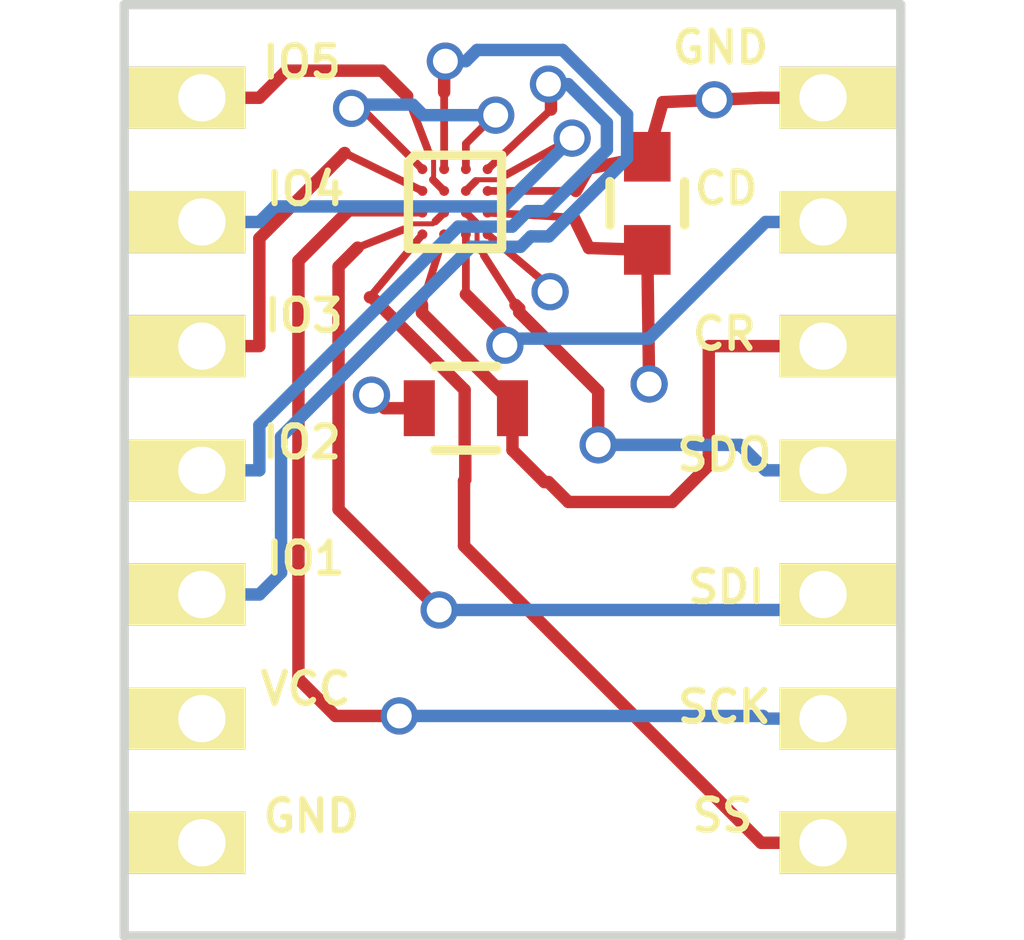
<source format=kicad_pcb>
(kicad_pcb (version 4) (host pcbnew 0.201604232031+6710~44~ubuntu14.04.1-product)

  (general
    (links 21)
    (no_connects 0)
    (area 81.560715 36.424999 101.5175 51.575001)
    (thickness 1.6)
    (drawings 18)
    (tracks 158)
    (zones 0)
    (modules 5)
    (nets 14)
  )

  (page A4)
  (layers
    (0 F.Cu signal)
    (1 In1.Cu signal)
    (2 In2.Cu signal)
    (31 B.Cu signal)
    (32 B.Adhes user)
    (33 F.Adhes user)
    (34 B.Paste user)
    (35 F.Paste user)
    (36 B.SilkS user)
    (37 F.SilkS user)
    (38 B.Mask user)
    (39 F.Mask user)
    (40 Dwgs.User user)
    (41 Cmts.User user)
    (42 Eco1.User user)
    (43 Eco2.User user)
    (44 Edge.Cuts user)
    (45 Margin user)
    (46 B.CrtYd user)
    (47 F.CrtYd user)
    (48 B.Fab user)
    (49 F.Fab user)
  )

  (setup
    (last_trace_width 0.2)
    (trace_clearance 0.125)
    (zone_clearance 0.508)
    (zone_45_only no)
    (trace_min 0.2)
    (segment_width 0.2)
    (edge_width 0.15)
    (via_size 0.6)
    (via_drill 0.4)
    (via_min_size 0.4)
    (via_min_drill 0.4)
    (uvia_size 0.6)
    (uvia_drill 0.4)
    (uvias_allowed no)
    (uvia_min_size 0.4)
    (uvia_min_drill 0.4)
    (pcb_text_width 0.3)
    (pcb_text_size 1.5 1.5)
    (mod_edge_width 0.15)
    (mod_text_size 1 1)
    (mod_text_width 0.15)
    (pad_size 1.524 1.524)
    (pad_drill 0.762)
    (pad_to_mask_clearance 0.2)
    (aux_axis_origin 0 0)
    (visible_elements 7FFCFFFF)
    (pcbplotparams
      (layerselection 0x010f0_ffffffff)
      (usegerberextensions false)
      (excludeedgelayer true)
      (linewidth 0.100000)
      (plotframeref false)
      (viasonmask false)
      (mode 1)
      (useauxorigin false)
      (hpglpennumber 1)
      (hpglpenspeed 20)
      (hpglpendiameter 15)
      (psnegative false)
      (psa4output false)
      (plotreference true)
      (plotvalue true)
      (plotinvisibletext false)
      (padsonsilk false)
      (subtractmaskfromsilk false)
      (outputformat 1)
      (mirror false)
      (drillshape 0)
      (scaleselection 1)
      (outputdirectory gerber/))
  )

  (net 0 "")
  (net 1 GND)
  (net 2 FPGA_SDO)
  (net 3 FPGA_SDI)
  (net 4 FPGA_SCK)
  (net 5 FPGA_SS)
  (net 6 FPGA_CDONE)
  (net 7 FPGA_CRESETB)
  (net 8 +3V3)
  (net 9 IO1)
  (net 10 IO2)
  (net 11 IO3)
  (net 12 IO4)
  (net 13 IO5)

  (net_class Default "This is the default net class."
    (clearance 0.125)
    (trace_width 0.2)
    (via_dia 0.6)
    (via_drill 0.4)
    (uvia_dia 0.6)
    (uvia_drill 0.4)
    (add_net +3V3)
    (add_net FPGA_CDONE)
    (add_net FPGA_CRESETB)
    (add_net FPGA_SCK)
    (add_net FPGA_SDI)
    (add_net FPGA_SDO)
    (add_net FPGA_SS)
    (add_net GND)
    (add_net IO1)
    (add_net IO2)
    (add_net IO3)
    (add_net IO4)
    (add_net IO5)
  )

  (module Capacitors_SMD:C_0603 (layer F.Cu) (tedit 570D1826) (tstamp 570D1845)
    (at 94.17 39.7 270)
    (descr "Capacitor SMD 0603, reflow soldering, AVX (see smccp.pdf)")
    (tags "capacitor 0603")
    (path /570D03DF)
    (attr smd)
    (fp_text reference C1 (at 0 -1.9 270) (layer F.SilkS) hide
      (effects (font (size 1 1) (thickness 0.15)))
    )
    (fp_text value 0.1u (at 0 1.9 270) (layer F.Fab)
      (effects (font (size 1 1) (thickness 0.15)))
    )
    (fp_line (start -1.45 -0.75) (end 1.45 -0.75) (layer F.CrtYd) (width 0.05))
    (fp_line (start -1.45 0.75) (end 1.45 0.75) (layer F.CrtYd) (width 0.05))
    (fp_line (start -1.45 -0.75) (end -1.45 0.75) (layer F.CrtYd) (width 0.05))
    (fp_line (start 1.45 -0.75) (end 1.45 0.75) (layer F.CrtYd) (width 0.05))
    (fp_line (start -0.35 -0.6) (end 0.35 -0.6) (layer F.SilkS) (width 0.15))
    (fp_line (start 0.35 0.6) (end -0.35 0.6) (layer F.SilkS) (width 0.15))
    (pad 1 smd rect (at -0.75 0 270) (size 0.8 0.75) (layers F.Cu F.Paste F.Mask)
      (net 1 GND))
    (pad 2 smd rect (at 0.75 0 270) (size 0.8 0.75) (layers F.Cu F.Paste F.Mask)
      (net 8 +3V3))
    (model Capacitors_SMD.3dshapes/C_0603.wrl
      (at (xyz 0 0 0))
      (scale (xyz 1 1 1))
      (rotate (xyz 0 0 0))
    )
  )

  (module Resistors_SMD:R_0603 (layer F.Cu) (tedit 570D1821) (tstamp 570D1855)
    (at 91.25 43 180)
    (descr "Resistor SMD 0603, reflow soldering, Vishay (see dcrcw.pdf)")
    (tags "resistor 0603")
    (path /570D0729)
    (attr smd)
    (fp_text reference R1 (at 0 -1.9 180) (layer F.SilkS) hide
      (effects (font (size 1 1) (thickness 0.15)))
    )
    (fp_text value 10k (at 0 1.9 180) (layer F.Fab)
      (effects (font (size 1 1) (thickness 0.15)))
    )
    (fp_line (start -1.3 -0.8) (end 1.3 -0.8) (layer F.CrtYd) (width 0.05))
    (fp_line (start -1.3 0.8) (end 1.3 0.8) (layer F.CrtYd) (width 0.05))
    (fp_line (start -1.3 -0.8) (end -1.3 0.8) (layer F.CrtYd) (width 0.05))
    (fp_line (start 1.3 -0.8) (end 1.3 0.8) (layer F.CrtYd) (width 0.05))
    (fp_line (start 0.5 0.675) (end -0.5 0.675) (layer F.SilkS) (width 0.15))
    (fp_line (start -0.5 -0.675) (end 0.5 -0.675) (layer F.SilkS) (width 0.15))
    (pad 1 smd rect (at -0.75 0 180) (size 0.5 0.9) (layers F.Cu F.Paste F.Mask)
      (net 7 FPGA_CRESETB))
    (pad 2 smd rect (at 0.75 0 180) (size 0.5 0.9) (layers F.Cu F.Paste F.Mask)
      (net 8 +3V3))
    (model Resistors_SMD.3dshapes/R_0603.wrl
      (at (xyz 0 0 0))
      (scale (xyz 1 1 1))
      (rotate (xyz 0 0 0))
    )
  )

  (module ice40lp:WLCS16 (layer F.Cu) (tedit 570D182C) (tstamp 570D1880)
    (at 91.075 39.675)
    (path /570CD828)
    (fp_text reference U2 (at 0 2.125) (layer F.SilkS) hide
      (effects (font (size 1.2 1.2) (thickness 0.15)))
    )
    (fp_text value iCE40-LP1K-SWG16 (at 0 -2.125) (layer F.Fab)
      (effects (font (size 1.2 1.2) (thickness 0.15)))
    )
    (fp_line (start -0.75 -0.645) (end -0.75 0.75) (layer F.SilkS) (width 0.15))
    (fp_line (start -0.75 0.75) (end 0.75 0.75) (layer F.SilkS) (width 0.15))
    (fp_line (start 0.75 0.75) (end 0.75 -0.75) (layer F.SilkS) (width 0.15))
    (fp_line (start 0.75 -0.75) (end -0.645 -0.75) (layer F.SilkS) (width 0.15))
    (fp_line (start -0.645 -0.75) (end -0.75 -0.645) (layer F.SilkS) (width 0.15))
    (pad A1 smd circle (at -0.525 -0.525) (size 0.16 0.16) (layers F.Cu F.Paste F.Mask)
      (net 8 +3V3) (solder_mask_margin 0.01))
    (pad B1 smd circle (at -0.525 -0.175) (size 0.16 0.16) (layers F.Cu F.Paste F.Mask)
      (net 11 IO3) (solder_mask_margin 0.01))
    (pad C1 smd circle (at -0.525 0.175) (size 0.16 0.16) (layers F.Cu F.Paste F.Mask)
      (net 4 FPGA_SCK) (solder_mask_margin 0.01))
    (pad D1 smd circle (at -0.525 0.525) (size 0.16 0.16) (layers F.Cu F.Paste F.Mask)
      (net 5 FPGA_SS) (solder_mask_margin 0.01))
    (pad A2 smd circle (at -0.175 -0.525) (size 0.16 0.16) (layers F.Cu F.Paste F.Mask)
      (net 9 IO1) (solder_mask_margin 0.01))
    (pad B2 smd circle (at -0.175 -0.175) (size 0.16 0.16) (layers F.Cu F.Paste F.Mask)
      (net 13 IO5) (solder_mask_margin 0.01))
    (pad C2 smd circle (at -0.175 0.175) (size 0.16 0.16) (layers F.Cu F.Paste F.Mask)
      (net 3 FPGA_SDI) (solder_mask_margin 0.01))
    (pad D2 smd circle (at -0.175 0.525) (size 0.16 0.16) (layers F.Cu F.Paste F.Mask)
      (net 7 FPGA_CRESETB) (solder_mask_margin 0.01))
    (pad A3 smd circle (at 0.175 -0.525) (size 0.16 0.16) (layers F.Cu F.Paste F.Mask)
      (net 8 +3V3) (solder_mask_margin 0.01))
    (pad B3 smd circle (at 0.175 -0.175) (size 0.16 0.16) (layers F.Cu F.Paste F.Mask)
      (net 12 IO4) (solder_mask_margin 0.01))
    (pad C3 smd circle (at 0.175 0.175) (size 0.16 0.16) (layers F.Cu F.Paste F.Mask)
      (net 2 FPGA_SDO) (solder_mask_margin 0.01))
    (pad D3 smd circle (at 0.175 0.525) (size 0.16 0.16) (layers F.Cu F.Paste F.Mask)
      (net 6 FPGA_CDONE) (solder_mask_margin 0.01))
    (pad A4 smd circle (at 0.525 -0.525) (size 0.16 0.16) (layers F.Cu F.Paste F.Mask)
      (net 10 IO2) (solder_mask_margin 0.01))
    (pad B4 smd circle (at 0.525 -0.175) (size 0.16 0.16) (layers F.Cu F.Paste F.Mask)
      (net 1 GND) (solder_mask_margin 0.01))
    (pad C4 smd circle (at 0.525 0.175) (size 0.16 0.16) (layers F.Cu F.Paste F.Mask)
      (net 8 +3V3) (solder_mask_margin 0.01))
    (pad D4 smd circle (at 0.525 0.525) (size 0.16 0.16) (layers F.Cu F.Paste F.Mask)
      (net 1 GND) (solder_mask_margin 0.01))
  )

  (module ice40lp:HPADS7 (layer F.Cu) (tedit 570FA31B) (tstamp 570FA42E)
    (at 84 44 90)
    (path /570FA199)
    (fp_text reference P1 (at 0 0.5 90) (layer F.SilkS) hide
      (effects (font (size 1 1) (thickness 0.15)))
    )
    (fp_text value CONN_01X07 (at 0 -0.5 90) (layer F.Fab)
      (effects (font (size 1 1) (thickness 0.15)))
    )
    (pad 1 thru_hole rect (at -6 3 90) (size 1 2) (drill 0.762 (offset 0 -0.3)) (layers *.Cu *.Mask F.SilkS)
      (net 1 GND))
    (pad 2 thru_hole rect (at -4 3 90) (size 1 2) (drill 0.762 (offset 0 -0.3)) (layers *.Cu *.Mask F.SilkS)
      (net 8 +3V3))
    (pad 3 thru_hole rect (at -2 3 90) (size 1 2) (drill 0.762 (offset 0 -0.3)) (layers *.Cu *.Mask F.SilkS)
      (net 9 IO1))
    (pad 4 thru_hole rect (at 0 3 90) (size 1 2) (drill 0.762 (offset 0 -0.3)) (layers *.Cu *.Mask F.SilkS)
      (net 10 IO2))
    (pad 5 thru_hole rect (at 2 3 90) (size 1 2) (drill 0.762 (offset 0 -0.3)) (layers *.Cu *.Mask F.SilkS)
      (net 11 IO3))
    (pad 6 thru_hole rect (at 4 3 90) (size 1 2) (drill 0.762 (offset 0 -0.3)) (layers *.Cu *.Mask F.SilkS)
      (net 12 IO4))
    (pad 7 thru_hole rect (at 6 3 90) (size 1 2) (drill 0.762 (offset 0 -0.3)) (layers *.Cu *.Mask F.SilkS)
      (net 13 IO5))
  )

  (module ice40lp:HPADS7 (layer F.Cu) (tedit 570FA315) (tstamp 570FA44C)
    (at 100 44 270)
    (path /570FA1DB)
    (fp_text reference P2 (at 0 0.5 270) (layer F.SilkS) hide
      (effects (font (size 1 1) (thickness 0.15)))
    )
    (fp_text value CONN_01X07 (at 0 -0.5 270) (layer F.Fab)
      (effects (font (size 1 1) (thickness 0.15)))
    )
    (pad 1 thru_hole rect (at -6 3 270) (size 1 2) (drill 0.762 (offset 0 -0.3)) (layers *.Cu *.Mask F.SilkS)
      (net 1 GND))
    (pad 2 thru_hole rect (at -4 3 270) (size 1 2) (drill 0.762 (offset 0 -0.3)) (layers *.Cu *.Mask F.SilkS)
      (net 6 FPGA_CDONE))
    (pad 3 thru_hole rect (at -2 3 270) (size 1 2) (drill 0.762 (offset 0 -0.3)) (layers *.Cu *.Mask F.SilkS)
      (net 7 FPGA_CRESETB))
    (pad 4 thru_hole rect (at 0 3 270) (size 1 2) (drill 0.762 (offset 0 -0.3)) (layers *.Cu *.Mask F.SilkS)
      (net 2 FPGA_SDO))
    (pad 5 thru_hole rect (at 2 3 270) (size 1 2) (drill 0.762 (offset 0 -0.3)) (layers *.Cu *.Mask F.SilkS)
      (net 3 FPGA_SDI))
    (pad 6 thru_hole rect (at 4 3 270) (size 1 2) (drill 0.762 (offset 0 -0.3)) (layers *.Cu *.Mask F.SilkS)
      (net 4 FPGA_SCK))
    (pad 7 thru_hole rect (at 6 3 270) (size 1 2) (drill 0.762 (offset 0 -0.3)) (layers *.Cu *.Mask F.SilkS)
      (net 5 FPGA_SS))
  )

  (gr_line (start 85.75 51.5) (end 85.75 36.5) (layer Edge.Cuts) (width 0.15))
  (gr_line (start 98.25 51.5) (end 85.75 51.5) (layer Edge.Cuts) (width 0.15))
  (gr_line (start 98.25 36.5) (end 98.25 51.5) (layer Edge.Cuts) (width 0.15))
  (gr_line (start 85.75 36.5) (end 98.25 36.5) (layer Edge.Cuts) (width 0.15))
  (gr_text SS (at 95.38 49.56) (layer F.SilkS) (tstamp 5720A9F7)
    (effects (font (size 0.5 0.5) (thickness 0.1)))
  )
  (gr_text SCK (at 95.41 47.81) (layer F.SilkS) (tstamp 5720A9F5)
    (effects (font (size 0.5 0.5) (thickness 0.1)))
  )
  (gr_text SDI (at 95.44 45.88) (layer F.SilkS) (tstamp 5720A9F3)
    (effects (font (size 0.5 0.5) (thickness 0.1)))
  )
  (gr_text SDO (at 95.41 43.75) (layer F.SilkS) (tstamp 5720A9F1)
    (effects (font (size 0.5 0.5) (thickness 0.1)))
  )
  (gr_text CR (at 95.41 41.8) (layer F.SilkS) (tstamp 5720A9EF)
    (effects (font (size 0.5 0.5) (thickness 0.1)))
  )
  (gr_text CD (at 95.44 39.46) (layer F.SilkS) (tstamp 5720A9EC)
    (effects (font (size 0.5 0.5) (thickness 0.1)))
  )
  (gr_text GND (at 95.35 37.19) (layer F.SilkS) (tstamp 5720A9E8)
    (effects (font (size 0.5 0.5) (thickness 0.1)))
  )
  (gr_text GND (at 88.76 49.57) (layer F.SilkS) (tstamp 5720A9E5)
    (effects (font (size 0.5 0.5) (thickness 0.1)))
  )
  (gr_text VCC (at 88.67 47.52) (layer F.SilkS) (tstamp 5720A9E2)
    (effects (font (size 0.5 0.5) (thickness 0.1)))
  )
  (gr_text IO1 (at 88.67 45.42) (layer F.SilkS) (tstamp 5720A9E1)
    (effects (font (size 0.5 0.5) (thickness 0.1)))
  )
  (gr_text IO2 (at 88.61 43.55) (layer F.SilkS) (tstamp 5720A9DE)
    (effects (font (size 0.5 0.5) (thickness 0.1)))
  )
  (gr_text IO3 (at 88.64 41.51) (layer F.SilkS) (tstamp 5720A9DC)
    (effects (font (size 0.5 0.5) (thickness 0.1)))
  )
  (gr_text IO4 (at 88.67 39.47) (layer F.SilkS) (tstamp 5720A9D7)
    (effects (font (size 0.5 0.5) (thickness 0.1)))
  )
  (gr_text IO5 (at 88.61 37.43) (layer F.SilkS)
    (effects (font (size 0.5 0.5) (thickness 0.1)))
  )

  (segment (start 94.42 38.07) (end 95 38.044303) (width 0.2) (layer F.Cu) (net 1))
  (segment (start 95 38.044303) (end 95.238924 38.044303) (width 0.2) (layer F.Cu) (net 1))
  (segment (start 95.25 38.033227) (end 96 38) (width 0.2) (layer F.Cu) (net 1))
  (segment (start 95.238924 38.044303) (end 95.25 38.033227) (width 0.2) (layer F.Cu) (net 1))
  (via (at 95.25 38.033227) (size 0.6) (drill 0.4) (layers F.Cu B.Cu) (net 1))
  (segment (start 92.5998 41.117984) (end 92.605501 41.123685) (width 0.2) (layer F.Cu) (net 1))
  (segment (start 92.5998 41.043) (end 92.5998 41.117984) (width 0.2) (layer F.Cu) (net 1))
  (via (at 92.605501 41.123685) (size 0.6) (drill 0.4) (layers F.Cu B.Cu) (net 1))
  (segment (start 91.6 39.5) (end 93.02 39.5) (width 0.125) (layer F.Cu) (net 1))
  (segment (start 97 38) (end 96 38) (width 0.2) (layer F.Cu) (net 1))
  (segment (start 94.17 38.95) (end 94.42 38.07) (width 0.2) (layer F.Cu) (net 1))
  (segment (start 93.22 39.14) (end 94.17 38.95) (width 0.2) (layer F.Cu) (net 1))
  (segment (start 93.02 39.5) (end 93.22 39.14) (width 0.2) (layer F.Cu) (net 1))
  (segment (start 91.6 40.2) (end 92.5998 41.043) (width 0.125) (layer F.Cu) (net 1))
  (segment (start 92.5998 41.043) (end 92.62 41.06) (width 0.125) (layer F.Cu) (net 1))
  (segment (start 91.44 40.05) (end 91.43 40.06) (width 0.08) (layer F.Cu) (net 2))
  (segment (start 91.43 40.06) (end 91.43 40.43) (width 0.08) (layer F.Cu) (net 2))
  (segment (start 91.43 40.43) (end 91.54 40.54) (width 0.08) (layer F.Cu) (net 2))
  (segment (start 91.25 39.85) (end 91.41 40.01) (width 0.125) (layer F.Cu) (net 2))
  (via (at 93.38 43.59) (size 0.6) (drill 0.4) (layers F.Cu B.Cu) (net 2))
  (segment (start 93.38 43.59) (end 95.6647 43.59) (width 0.2) (layer B.Cu) (net 2))
  (segment (start 95.6647 43.59) (end 96.0747 44) (width 0.2) (layer B.Cu) (net 2))
  (segment (start 96.0747 44) (end 97 44) (width 0.2) (layer B.Cu) (net 2))
  (segment (start 93.38 43.59) (end 93.38 42.7254) (width 0.2) (layer F.Cu) (net 2))
  (segment (start 93.38 42.7254) (end 92.1085 41.4539) (width 0.2) (layer F.Cu) (net 2))
  (segment (start 92.1085 41.4539) (end 92.1085 41.3957) (width 0.2) (layer F.Cu) (net 2))
  (segment (start 92.1085 41.3957) (end 92.0495 41.3367) (width 0.2) (layer F.Cu) (net 2))
  (segment (start 92.0495 41.3367) (end 92.09 41.4) (width 0.125) (layer F.Cu) (net 2))
  (segment (start 91.54 40.54) (end 92.0495 41.3367) (width 0.125) (layer F.Cu) (net 2))
  (segment (start 90.9 39.85) (end 90.76 39.99) (width 0.125) (layer F.Cu) (net 3))
  (segment (start 91.244264 46.25) (end 90.82 46.25) (width 0.2) (layer B.Cu) (net 3))
  (segment (start 96.75 46.25) (end 91.244264 46.25) (width 0.2) (layer B.Cu) (net 3))
  (segment (start 97 46) (end 96.75 46.25) (width 0.2) (layer B.Cu) (net 3))
  (segment (start 89.200001 40.720699) (end 89.200001 44.630001) (width 0.2) (layer F.Cu) (net 3))
  (segment (start 90.520001 45.950001) (end 90.82 46.25) (width 0.2) (layer F.Cu) (net 3))
  (segment (start 89.5073 40.4134) (end 89.200001 40.720699) (width 0.2) (layer F.Cu) (net 3))
  (segment (start 89.200001 44.630001) (end 90.520001 45.950001) (width 0.2) (layer F.Cu) (net 3))
  (via (at 90.82 46.25) (size 0.6) (drill 0.4) (layers F.Cu B.Cu) (net 3))
  (segment (start 90.72 40.03) (end 90.34 40.03) (width 0.08) (layer F.Cu) (net 3))
  (segment (start 90.34 40.03) (end 90.25 40.12) (width 0.08) (layer F.Cu) (net 3))
  (segment (start 89.5073 40.4134) (end 89.44 40.44) (width 0.125) (layer F.Cu) (net 3))
  (segment (start 90.25 40.12) (end 89.5073 40.4134) (width 0.125) (layer F.Cu) (net 3))
  (via (at 90.178 47.9568) (size 0.6) (layers F.Cu B.Cu) (net 4))
  (segment (start 90.55 39.85) (end 89.33 39.85) (width 0.125) (layer F.Cu) (net 4))
  (segment (start 97 48) (end 96.0747 48) (width 0.2) (layer B.Cu) (net 4))
  (segment (start 96.0315 47.9568) (end 90.178 47.9568) (width 0.2) (layer B.Cu) (net 4))
  (segment (start 96.0747 48) (end 96.0315 47.9568) (width 0.2) (layer B.Cu) (net 4))
  (segment (start 89.1502 47.9568) (end 90.178 47.9568) (width 0.2) (layer F.Cu) (net 4))
  (segment (start 88.5543 47.3609) (end 89.1502 47.9568) (width 0.2) (layer F.Cu) (net 4))
  (segment (start 88.5543 40.6257) (end 88.5543 47.3609) (width 0.2) (layer F.Cu) (net 4))
  (segment (start 89.33 39.85) (end 88.5543 40.6257) (width 0.2) (layer F.Cu) (net 4))
  (segment (start 97 50) (end 96.0037 50) (width 0.2) (layer F.Cu) (net 5))
  (segment (start 91.24 44.15) (end 91.24 43.6846) (width 0.2) (layer F.Cu) (net 5))
  (segment (start 91.23 42.7051) (end 89.7375 41.2126) (width 0.2) (layer F.Cu) (net 5))
  (segment (start 96.0037 50) (end 91.22 45.2163) (width 0.2) (layer F.Cu) (net 5))
  (segment (start 91.23 43.6746) (end 91.23 42.7051) (width 0.2) (layer F.Cu) (net 5))
  (segment (start 91.22 45.2163) (end 91.22 44.17) (width 0.2) (layer F.Cu) (net 5))
  (segment (start 91.22 44.17) (end 91.24 44.15) (width 0.2) (layer F.Cu) (net 5))
  (segment (start 91.24 43.6846) (end 91.23 43.6746) (width 0.2) (layer F.Cu) (net 5))
  (segment (start 89.7375 41.2126) (end 89.7062 41.2126) (width 0.2) (layer F.Cu) (net 5))
  (segment (start 90.55 40.2) (end 89.7062 41.2126) (width 0.125) (layer F.Cu) (net 5))
  (segment (start 89.7062 41.2126) (end 89.7 41.22) (width 0.125) (layer F.Cu) (net 5))
  (via (at 91.8784 41.9854) (size 0.6) (layers F.Cu B.Cu) (net 6))
  (segment (start 91.25 40.2) (end 91.25 41.1661) (width 0.125) (layer F.Cu) (net 6))
  (segment (start 97 40) (end 96.0747 40) (width 0.2) (layer B.Cu) (net 6))
  (segment (start 91.9845 41.8793) (end 91.8784 41.9854) (width 0.2) (layer B.Cu) (net 6))
  (segment (start 94.1954 41.8793) (end 91.9845 41.8793) (width 0.2) (layer B.Cu) (net 6))
  (segment (start 96.0747 40) (end 94.1954 41.8793) (width 0.2) (layer B.Cu) (net 6))
  (segment (start 91.8784 41.7945) (end 91.8784 41.9854) (width 0.2) (layer F.Cu) (net 6))
  (segment (start 91.25 41.1661) (end 91.8784 41.7945) (width 0.2) (layer F.Cu) (net 6))
  (segment (start 92 43) (end 92 43.6753) (width 0.2) (layer F.Cu) (net 7))
  (segment (start 92 43.6753) (end 92.5147 44.19) (width 0.2) (layer F.Cu) (net 7))
  (segment (start 92.5147 44.19) (end 92.58 44.19) (width 0.2) (layer F.Cu) (net 7))
  (segment (start 92.58 44.19) (end 92.9 44.51) (width 0.2) (layer F.Cu) (net 7))
  (segment (start 92.9 44.51) (end 94.57 44.51) (width 0.2) (layer F.Cu) (net 7))
  (segment (start 94.57 44.51) (end 95.16 43.92) (width 0.2) (layer F.Cu) (net 7))
  (segment (start 95.16 43.92) (end 95.16 42) (width 0.2) (layer F.Cu) (net 7))
  (segment (start 95.16 42) (end 97 42) (width 0.2) (layer F.Cu) (net 7))
  (segment (start 90.5438 41.3342) (end 90.52 41.41) (width 0.125) (layer F.Cu) (net 7))
  (segment (start 90.9 40.2) (end 90.5438 41.3342) (width 0.125) (layer F.Cu) (net 7))
  (segment (start 92 42.9204) (end 92 43) (width 0.2) (layer F.Cu) (net 7))
  (segment (start 90.5438 41.4642) (end 92 42.9204) (width 0.2) (layer F.Cu) (net 7))
  (segment (start 90.5438 41.3342) (end 90.5438 41.4642) (width 0.2) (layer F.Cu) (net 7))
  (segment (start 94.17 40.45) (end 94.2 42.61) (width 0.2) (layer F.Cu) (net 8))
  (via (at 94.2 42.61) (size 0.6) (drill 0.4) (layers F.Cu B.Cu) (net 8))
  (segment (start 91.6 39.85) (end 92.99 39.93) (width 0.125) (layer F.Cu) (net 8))
  (segment (start 93.23 40.42) (end 94.17 40.45) (width 0.2) (layer F.Cu) (net 8))
  (segment (start 92.99 39.93) (end 93.23 40.42) (width 0.2) (layer F.Cu) (net 8))
  (via (at 89.41 38.17) (size 0.6) (drill 0.4) (layers F.Cu B.Cu) (net 8))
  (segment (start 90.55 39.15) (end 89.57 38.17) (width 0.125) (layer F.Cu) (net 8))
  (segment (start 89.41 38.17) (end 89.47 38.11) (width 0.2) (layer B.Cu) (net 8))
  (segment (start 89.47 38.11) (end 90.3946 38.11) (width 0.2) (layer B.Cu) (net 8))
  (segment (start 89.57 38.17) (end 89.41 38.17) (width 0.125) (layer F.Cu) (net 8))
  (segment (start 91.25 39.15) (end 91.25 38.74) (width 0.125) (layer F.Cu) (net 8))
  (segment (start 91.25 38.74) (end 91.73 38.26) (width 0.125) (layer F.Cu) (net 8))
  (via (at 91.73 38.28) (size 0.6) (drill 0.4) (layers F.Cu B.Cu) (net 8))
  (segment (start 91.73 38.28) (end 90.5646 38.28) (width 0.2) (layer B.Cu) (net 8))
  (segment (start 90.5646 38.28) (end 90.3946 38.11) (width 0.2) (layer B.Cu) (net 8))
  (via (at 89.73 42.79) (size 0.6) (drill 0.4) (layers F.Cu B.Cu) (net 8))
  (segment (start 89.73 42.79) (end 89.73 42.77) (width 0.2) (layer B.Cu) (net 8))
  (segment (start 90.3766 43) (end 89.94 43) (width 0.2) (layer F.Cu) (net 8))
  (segment (start 89.94 43) (end 89.73 42.79) (width 0.2) (layer F.Cu) (net 8))
  (segment (start 90.5 43) (end 90.3766 43) (width 0.2) (layer F.Cu) (net 8))
  (via (at 90.92 37.41) (size 0.6) (drill 0.4) (layers F.Cu B.Cu) (net 9))
  (segment (start 90.92 37.41) (end 91.25 37.41) (width 0.2) (layer B.Cu) (net 9))
  (segment (start 91.25 37.41) (end 91.4305 37.2295) (width 0.2) (layer B.Cu) (net 9))
  (segment (start 93.8451 38.2678) (end 93.8451 38.9717) (width 0.2) (layer B.Cu) (net 9))
  (segment (start 88.2746 43.46) (end 88.2746 45.6507) (width 0.2) (layer B.Cu) (net 9))
  (segment (start 91.4305 37.2295) (end 92.8068 37.2295) (width 0.2) (layer B.Cu) (net 9))
  (segment (start 92.8068 37.2295) (end 93.8451 38.2678) (width 0.2) (layer B.Cu) (net 9))
  (segment (start 93.8451 38.9717) (end 92.5843 40.2325) (width 0.2) (layer B.Cu) (net 9))
  (segment (start 91.334578 40.400022) (end 88.2746 43.46) (width 0.2) (layer B.Cu) (net 9))
  (segment (start 90.9 37.91) (end 90.9 37.43) (width 0.2) (layer F.Cu) (net 9))
  (segment (start 92.5843 40.2325) (end 92.296768 40.2325) (width 0.2) (layer B.Cu) (net 9))
  (segment (start 92.296768 40.2325) (end 92.129246 40.400022) (width 0.2) (layer B.Cu) (net 9))
  (segment (start 90.9 37.43) (end 90.92 37.41) (width 0.2) (layer F.Cu) (net 9))
  (segment (start 92.129246 40.400022) (end 91.334578 40.400022) (width 0.2) (layer B.Cu) (net 9))
  (segment (start 88.2746 45.6507) (end 87.9253 46) (width 0.2) (layer B.Cu) (net 9))
  (segment (start 87.9253 46) (end 87 46) (width 0.2) (layer B.Cu) (net 9))
  (segment (start 90.9 39.15) (end 90.9 37.91) (width 0.125) (layer F.Cu) (net 9))
  (via (at 92.58 37.78) (size 0.6) (drill 0.4) (layers F.Cu B.Cu) (net 10))
  (segment (start 91.994623 40.075011) (end 91.124989 40.075011) (width 0.2) (layer B.Cu) (net 10))
  (segment (start 92.62 37.82) (end 92.58 37.78) (width 0.2) (layer F.Cu) (net 10))
  (segment (start 92.58 37.78) (end 92.8971 37.78) (width 0.2) (layer B.Cu) (net 10))
  (segment (start 92.8971 37.78) (end 93.5197 38.4026) (width 0.2) (layer B.Cu) (net 10))
  (segment (start 93.5197 38.8369) (end 92.531589 39.825011) (width 0.2) (layer B.Cu) (net 10))
  (segment (start 93.5197 38.4026) (end 93.5197 38.8369) (width 0.2) (layer B.Cu) (net 10))
  (segment (start 92.531589 39.825011) (end 92.244623 39.825011) (width 0.2) (layer B.Cu) (net 10))
  (segment (start 92.244623 39.825011) (end 91.994623 40.075011) (width 0.2) (layer B.Cu) (net 10))
  (segment (start 91.124989 40.075011) (end 87.9253 43.2747) (width 0.2) (layer B.Cu) (net 10))
  (segment (start 87.9253 43.2747) (end 87.9253 44) (width 0.2) (layer B.Cu) (net 10))
  (segment (start 87.9253 44) (end 87 44) (width 0.2) (layer B.Cu) (net 10))
  (segment (start 92.62 38.19) (end 92.62 37.82) (width 0.2) (layer F.Cu) (net 10))
  (segment (start 91.6 39.15) (end 92.62 38.19) (width 0.125) (layer F.Cu) (net 10))
  (segment (start 90.55 39.5) (end 89.2987 38.8889) (width 0.125) (layer F.Cu) (net 11))
  (segment (start 89.2987 38.8889) (end 89.26 38.87) (width 0.125) (layer F.Cu) (net 11))
  (segment (start 87.9253 40.2623) (end 87.9253 42) (width 0.2) (layer F.Cu) (net 11))
  (segment (start 89.2987 38.8889) (end 87.9253 40.2623) (width 0.2) (layer F.Cu) (net 11))
  (segment (start 87 42) (end 87.9253 42) (width 0.2) (layer F.Cu) (net 11))
  (segment (start 91.25 39.5) (end 91.41 39.34) (width 0.125) (layer F.Cu) (net 12))
  (segment (start 87.9253 40) (end 87 40) (width 0.2) (layer B.Cu) (net 12))
  (segment (start 91.86 39.75) (end 88.1753 39.75) (width 0.2) (layer B.Cu) (net 12))
  (segment (start 92.96 38.65) (end 91.86 39.75) (width 0.2) (layer B.Cu) (net 12))
  (segment (start 88.1753 39.75) (end 87.9253 40) (width 0.2) (layer B.Cu) (net 12))
  (via (at 92.96 38.65) (size 0.6) (layers F.Cu B.Cu) (net 12))
  (segment (start 92.91 38.68) (end 92.96 38.65) (width 0.2) (layer F.Cu) (net 12))
  (segment (start 91.9 39.24) (end 92.91 38.68) (width 0.125) (layer F.Cu) (net 12))
  (segment (start 91.81 39.32) (end 91.9 39.24) (width 0.08) (layer F.Cu) (net 12))
  (segment (start 91.43 39.32) (end 91.81 39.32) (width 0.08) (layer F.Cu) (net 12))
  (segment (start 90.72 39.32) (end 90.73 39.31) (width 0.08) (layer F.Cu) (net 13))
  (segment (start 90.73 39.31) (end 90.73 38.92) (width 0.08) (layer F.Cu) (net 13))
  (segment (start 90.73 38.92) (end 90.63 38.82) (width 0.08) (layer F.Cu) (net 13))
  (segment (start 90.9 39.5) (end 90.72 39.32) (width 0.125) (layer F.Cu) (net 13))
  (segment (start 88.3619 37.5634) (end 87.9253 38) (width 0.2) (layer F.Cu) (net 13))
  (segment (start 89.8964 37.5634) (end 88.3619 37.5634) (width 0.2) (layer F.Cu) (net 13))
  (segment (start 90.3062 37.9732) (end 89.8964 37.5634) (width 0.2) (layer F.Cu) (net 13))
  (segment (start 90.63 38.82) (end 90.3062 37.9732) (width 0.125) (layer F.Cu) (net 13))
  (segment (start 87 38) (end 87.9253 38) (width 0.2) (layer F.Cu) (net 13))

  (zone (net 8) (net_name +3V3) (layer In1.Cu) (tstamp 0) (hatch edge 0.508)
    (connect_pads (clearance 0.508))
    (min_thickness 0.254)
    (fill yes (arc_segments 16) (thermal_gap 0.508) (thermal_bridge_width 0.508))
    (polygon
      (pts
        (xy 85.75 36.5) (xy 98.25 36.5) (xy 98.25 51.5) (xy 85.75 51.5)
      )
    )
    (filled_polygon
      (pts
        (xy 89.985162 37.223201) (xy 89.984838 37.595167) (xy 90.126883 37.938943) (xy 90.389673 38.202192) (xy 90.733201 38.344838)
        (xy 91.105167 38.345162) (xy 91.448943 38.203117) (xy 91.65724 37.995183) (xy 91.786883 38.308943) (xy 92.025089 38.547565)
        (xy 92.024838 38.835167) (xy 92.166883 39.178943) (xy 92.429673 39.442192) (xy 92.773201 39.584838) (xy 93.145167 39.585162)
        (xy 93.488943 39.443117) (xy 93.752192 39.180327) (xy 93.894838 38.836799) (xy 93.895162 38.464833) (xy 93.753117 38.121057)
        (xy 93.514911 37.882435) (xy 93.515162 37.594833) (xy 93.373117 37.251057) (xy 93.332132 37.21) (xy 94.793929 37.21)
        (xy 94.721057 37.24011) (xy 94.457808 37.5029) (xy 94.315162 37.846428) (xy 94.314838 38.218394) (xy 94.456883 38.56217)
        (xy 94.719673 38.825419) (xy 95.063201 38.968065) (xy 95.435167 38.968389) (xy 95.759669 38.834308) (xy 95.842191 38.957809)
        (xy 95.905334 39) (xy 95.842191 39.042191) (xy 95.701843 39.252235) (xy 95.65256 39.5) (xy 95.65256 40.5)
        (xy 95.701843 40.747765) (xy 95.842191 40.957809) (xy 95.905334 41) (xy 95.842191 41.042191) (xy 95.701843 41.252235)
        (xy 95.65256 41.5) (xy 95.65256 42.5) (xy 95.701843 42.747765) (xy 95.842191 42.957809) (xy 95.905334 43)
        (xy 95.842191 43.042191) (xy 95.701843 43.252235) (xy 95.65256 43.5) (xy 95.65256 44.5) (xy 95.701843 44.747765)
        (xy 95.842191 44.957809) (xy 95.905334 45) (xy 95.842191 45.042191) (xy 95.701843 45.252235) (xy 95.65256 45.5)
        (xy 95.65256 46.5) (xy 95.701843 46.747765) (xy 95.842191 46.957809) (xy 95.905334 47) (xy 95.842191 47.042191)
        (xy 95.701843 47.252235) (xy 95.65256 47.5) (xy 95.65256 48.5) (xy 95.701843 48.747765) (xy 95.842191 48.957809)
        (xy 95.905334 49) (xy 95.842191 49.042191) (xy 95.701843 49.252235) (xy 95.65256 49.5) (xy 95.65256 50.5)
        (xy 95.701843 50.747765) (xy 95.730064 50.79) (xy 88.269936 50.79) (xy 88.298157 50.747765) (xy 88.34744 50.5)
        (xy 88.34744 50.020546) (xy 88.563201 50.110138) (xy 88.935167 50.110462) (xy 89.278943 49.968417) (xy 89.542192 49.705627)
        (xy 89.684838 49.362099) (xy 89.685162 48.990133) (xy 89.543117 48.646357) (xy 89.280327 48.383108) (xy 88.936799 48.240462)
        (xy 88.564833 48.240138) (xy 88.335 48.335103) (xy 88.335 48.28575) (xy 88.191217 48.141967) (xy 89.242838 48.141967)
        (xy 89.384883 48.485743) (xy 89.647673 48.748992) (xy 89.991201 48.891638) (xy 90.363167 48.891962) (xy 90.706943 48.749917)
        (xy 90.970192 48.487127) (xy 91.112838 48.143599) (xy 91.113162 47.771633) (xy 90.971117 47.427857) (xy 90.728605 47.184921)
        (xy 91.005167 47.185162) (xy 91.348943 47.043117) (xy 91.612192 46.780327) (xy 91.754838 46.436799) (xy 91.755162 46.064833)
        (xy 91.613117 45.721057) (xy 91.350327 45.457808) (xy 91.006799 45.315162) (xy 90.634833 45.314838) (xy 90.291057 45.456883)
        (xy 90.027808 45.719673) (xy 89.885162 46.063201) (xy 89.884838 46.435167) (xy 90.026883 46.778943) (xy 90.269395 47.021879)
        (xy 89.992833 47.021638) (xy 89.649057 47.163683) (xy 89.385808 47.426473) (xy 89.243162 47.770001) (xy 89.242838 48.141967)
        (xy 88.191217 48.141967) (xy 88.17625 48.127) (xy 86.827 48.127) (xy 86.827 48.147) (xy 86.573 48.147)
        (xy 86.573 48.127) (xy 86.553 48.127) (xy 86.553 47.873) (xy 86.573 47.873) (xy 86.573 47.853)
        (xy 86.827 47.853) (xy 86.827 47.873) (xy 88.17625 47.873) (xy 88.335 47.71425) (xy 88.335 47.373691)
        (xy 88.238327 47.140302) (xy 88.09668 46.998654) (xy 88.157809 46.957809) (xy 88.298157 46.747765) (xy 88.34744 46.5)
        (xy 88.34744 45.5) (xy 88.298157 45.252235) (xy 88.157809 45.042191) (xy 88.094666 45) (xy 88.157809 44.957809)
        (xy 88.298157 44.747765) (xy 88.34744 44.5) (xy 88.34744 43.775167) (xy 92.444838 43.775167) (xy 92.586883 44.118943)
        (xy 92.849673 44.382192) (xy 93.193201 44.524838) (xy 93.565167 44.525162) (xy 93.908943 44.383117) (xy 94.172192 44.120327)
        (xy 94.314838 43.776799) (xy 94.315162 43.404833) (xy 94.173117 43.061057) (xy 93.910327 42.797808) (xy 93.566799 42.655162)
        (xy 93.194833 42.654838) (xy 92.851057 42.796883) (xy 92.587808 43.059673) (xy 92.445162 43.403201) (xy 92.444838 43.775167)
        (xy 88.34744 43.775167) (xy 88.34744 43.5) (xy 88.298157 43.252235) (xy 88.157809 43.042191) (xy 88.094666 43)
        (xy 88.157809 42.957809) (xy 88.298157 42.747765) (xy 88.34744 42.5) (xy 88.34744 42.170567) (xy 90.943238 42.170567)
        (xy 91.085283 42.514343) (xy 91.348073 42.777592) (xy 91.691601 42.920238) (xy 92.063567 42.920562) (xy 92.407343 42.778517)
        (xy 92.670592 42.515727) (xy 92.813238 42.172199) (xy 92.813345 42.049477) (xy 93.134444 41.916802) (xy 93.397693 41.654012)
        (xy 93.540339 41.310484) (xy 93.540663 40.938518) (xy 93.398618 40.594742) (xy 93.135828 40.331493) (xy 92.7923 40.188847)
        (xy 92.420334 40.188523) (xy 92.076558 40.330568) (xy 91.813309 40.593358) (xy 91.670663 40.936886) (xy 91.670556 41.059608)
        (xy 91.349457 41.192283) (xy 91.086208 41.455073) (xy 90.943562 41.798601) (xy 90.943238 42.170567) (xy 88.34744 42.170567)
        (xy 88.34744 41.5) (xy 88.298157 41.252235) (xy 88.157809 41.042191) (xy 88.094666 41) (xy 88.157809 40.957809)
        (xy 88.298157 40.747765) (xy 88.34744 40.5) (xy 88.34744 39.5) (xy 88.298157 39.252235) (xy 88.157809 39.042191)
        (xy 88.094666 39) (xy 88.157809 38.957809) (xy 88.298157 38.747765) (xy 88.34744 38.5) (xy 88.34744 37.5)
        (xy 88.298157 37.252235) (xy 88.269936 37.21) (xy 89.990644 37.21)
      )
    )
  )
  (zone (net 1) (net_name GND) (layer In2.Cu) (tstamp 0) (hatch edge 0.508)
    (connect_pads (clearance 0.508))
    (min_thickness 0.254)
    (fill yes (arc_segments 16) (thermal_gap 0.508) (thermal_bridge_width 0.508))
    (polygon
      (pts
        (xy 85.75 36.5) (xy 98.25 36.5) (xy 98.25 51.5) (xy 85.75 51.5)
      )
    )
    (filled_polygon
      (pts
        (xy 89.985162 37.223201) (xy 89.984988 37.422547) (xy 89.940327 37.377808) (xy 89.596799 37.235162) (xy 89.224833 37.234838)
        (xy 88.881057 37.376883) (xy 88.617808 37.639673) (xy 88.475162 37.983201) (xy 88.474838 38.355167) (xy 88.616883 38.698943)
        (xy 88.879673 38.962192) (xy 89.223201 39.104838) (xy 89.595167 39.105162) (xy 89.938943 38.963117) (xy 90.202192 38.700327)
        (xy 90.344838 38.356799) (xy 90.345012 38.157453) (xy 90.389673 38.202192) (xy 90.733201 38.344838) (xy 90.794943 38.344892)
        (xy 90.794838 38.465167) (xy 90.936883 38.808943) (xy 91.199673 39.072192) (xy 91.543201 39.214838) (xy 91.915167 39.215162)
        (xy 92.142958 39.121041) (xy 92.166883 39.178943) (xy 92.429673 39.442192) (xy 92.773201 39.584838) (xy 93.145167 39.585162)
        (xy 93.488943 39.443117) (xy 93.752192 39.180327) (xy 93.894838 38.836799) (xy 93.895162 38.464833) (xy 93.753117 38.121057)
        (xy 93.514911 37.882435) (xy 93.515162 37.594833) (xy 93.373117 37.251057) (xy 93.332132 37.21) (xy 95.732803 37.21)
        (xy 95.665 37.373691) (xy 95.665 37.71425) (xy 95.82375 37.873) (xy 97.173 37.873) (xy 97.173 37.853)
        (xy 97.427 37.853) (xy 97.427 37.873) (xy 97.447 37.873) (xy 97.447 38.127) (xy 97.427 38.127)
        (xy 97.427 38.147) (xy 97.173 38.147) (xy 97.173 38.127) (xy 95.82375 38.127) (xy 95.665 38.28575)
        (xy 95.665 38.626309) (xy 95.761673 38.859698) (xy 95.90332 39.001346) (xy 95.842191 39.042191) (xy 95.701843 39.252235)
        (xy 95.65256 39.5) (xy 95.65256 40.5) (xy 95.701843 40.747765) (xy 95.842191 40.957809) (xy 95.905334 41)
        (xy 95.842191 41.042191) (xy 95.701843 41.252235) (xy 95.65256 41.5) (xy 95.65256 42.5) (xy 95.701843 42.747765)
        (xy 95.842191 42.957809) (xy 95.905334 43) (xy 95.842191 43.042191) (xy 95.701843 43.252235) (xy 95.65256 43.5)
        (xy 95.65256 44.5) (xy 95.701843 44.747765) (xy 95.842191 44.957809) (xy 95.905334 45) (xy 95.842191 45.042191)
        (xy 95.701843 45.252235) (xy 95.65256 45.5) (xy 95.65256 46.5) (xy 95.701843 46.747765) (xy 95.842191 46.957809)
        (xy 95.905334 47) (xy 95.842191 47.042191) (xy 95.701843 47.252235) (xy 95.65256 47.5) (xy 95.65256 48.5)
        (xy 95.701843 48.747765) (xy 95.842191 48.957809) (xy 95.905334 49) (xy 95.842191 49.042191) (xy 95.701843 49.252235)
        (xy 95.65256 49.5) (xy 95.65256 50.5) (xy 95.701843 50.747765) (xy 95.730064 50.79) (xy 88.267197 50.79)
        (xy 88.335 50.626309) (xy 88.335 50.28575) (xy 88.17625 50.127) (xy 86.827 50.127) (xy 86.827 50.147)
        (xy 86.573 50.147) (xy 86.573 50.127) (xy 86.553 50.127) (xy 86.553 49.873) (xy 86.573 49.873)
        (xy 86.573 49.853) (xy 86.827 49.853) (xy 86.827 49.873) (xy 88.17625 49.873) (xy 88.335 49.71425)
        (xy 88.335 49.373691) (xy 88.238327 49.140302) (xy 88.09668 48.998654) (xy 88.157809 48.957809) (xy 88.298157 48.747765)
        (xy 88.34744 48.5) (xy 88.34744 48.141967) (xy 89.242838 48.141967) (xy 89.384883 48.485743) (xy 89.647673 48.748992)
        (xy 89.991201 48.891638) (xy 90.363167 48.891962) (xy 90.706943 48.749917) (xy 90.970192 48.487127) (xy 91.112838 48.143599)
        (xy 91.113162 47.771633) (xy 90.971117 47.427857) (xy 90.728605 47.184921) (xy 91.005167 47.185162) (xy 91.348943 47.043117)
        (xy 91.612192 46.780327) (xy 91.754838 46.436799) (xy 91.755162 46.064833) (xy 91.613117 45.721057) (xy 91.350327 45.457808)
        (xy 91.006799 45.315162) (xy 90.634833 45.314838) (xy 90.291057 45.456883) (xy 90.027808 45.719673) (xy 89.885162 46.063201)
        (xy 89.884838 46.435167) (xy 90.026883 46.778943) (xy 90.269395 47.021879) (xy 89.992833 47.021638) (xy 89.649057 47.163683)
        (xy 89.385808 47.426473) (xy 89.243162 47.770001) (xy 89.242838 48.141967) (xy 88.34744 48.141967) (xy 88.34744 47.5)
        (xy 88.298157 47.252235) (xy 88.157809 47.042191) (xy 88.094666 47) (xy 88.157809 46.957809) (xy 88.298157 46.747765)
        (xy 88.34744 46.5) (xy 88.34744 45.5) (xy 88.298157 45.252235) (xy 88.157809 45.042191) (xy 88.094666 45)
        (xy 88.157809 44.957809) (xy 88.298157 44.747765) (xy 88.34744 44.5) (xy 88.34744 43.775167) (xy 92.444838 43.775167)
        (xy 92.586883 44.118943) (xy 92.849673 44.382192) (xy 93.193201 44.524838) (xy 93.565167 44.525162) (xy 93.908943 44.383117)
        (xy 94.172192 44.120327) (xy 94.314838 43.776799) (xy 94.31504 43.545101) (xy 94.385167 43.545162) (xy 94.728943 43.403117)
        (xy 94.992192 43.140327) (xy 95.134838 42.796799) (xy 95.135162 42.424833) (xy 94.993117 42.081057) (xy 94.730327 41.817808)
        (xy 94.386799 41.675162) (xy 94.014833 41.674838) (xy 93.671057 41.816883) (xy 93.407808 42.079673) (xy 93.265162 42.423201)
        (xy 93.26496 42.654899) (xy 93.194833 42.654838) (xy 92.851057 42.796883) (xy 92.587808 43.059673) (xy 92.445162 43.403201)
        (xy 92.444838 43.775167) (xy 88.34744 43.775167) (xy 88.34744 43.5) (xy 88.298157 43.252235) (xy 88.157809 43.042191)
        (xy 88.094666 43) (xy 88.131831 42.975167) (xy 88.794838 42.975167) (xy 88.936883 43.318943) (xy 89.199673 43.582192)
        (xy 89.543201 43.724838) (xy 89.915167 43.725162) (xy 90.258943 43.583117) (xy 90.522192 43.320327) (xy 90.664838 42.976799)
        (xy 90.665162 42.604833) (xy 90.523117 42.261057) (xy 90.432785 42.170567) (xy 90.943238 42.170567) (xy 91.085283 42.514343)
        (xy 91.348073 42.777592) (xy 91.691601 42.920238) (xy 92.063567 42.920562) (xy 92.407343 42.778517) (xy 92.670592 42.515727)
        (xy 92.813238 42.172199) (xy 92.813562 41.800233) (xy 92.671517 41.456457) (xy 92.408727 41.193208) (xy 92.065199 41.050562)
        (xy 91.693233 41.050238) (xy 91.349457 41.192283) (xy 91.086208 41.455073) (xy 90.943562 41.798601) (xy 90.943238 42.170567)
        (xy 90.432785 42.170567) (xy 90.260327 41.997808) (xy 89.916799 41.855162) (xy 89.544833 41.854838) (xy 89.201057 41.996883)
        (xy 88.937808 42.259673) (xy 88.795162 42.603201) (xy 88.794838 42.975167) (xy 88.131831 42.975167) (xy 88.157809 42.957809)
        (xy 88.298157 42.747765) (xy 88.34744 42.5) (xy 88.34744 41.5) (xy 88.298157 41.252235) (xy 88.157809 41.042191)
        (xy 88.094666 41) (xy 88.157809 40.957809) (xy 88.298157 40.747765) (xy 88.34744 40.5) (xy 88.34744 39.5)
        (xy 88.298157 39.252235) (xy 88.157809 39.042191) (xy 88.094666 39) (xy 88.157809 38.957809) (xy 88.298157 38.747765)
        (xy 88.34744 38.5) (xy 88.34744 37.5) (xy 88.298157 37.252235) (xy 88.269936 37.21) (xy 89.990644 37.21)
      )
    )
  )
)

</source>
